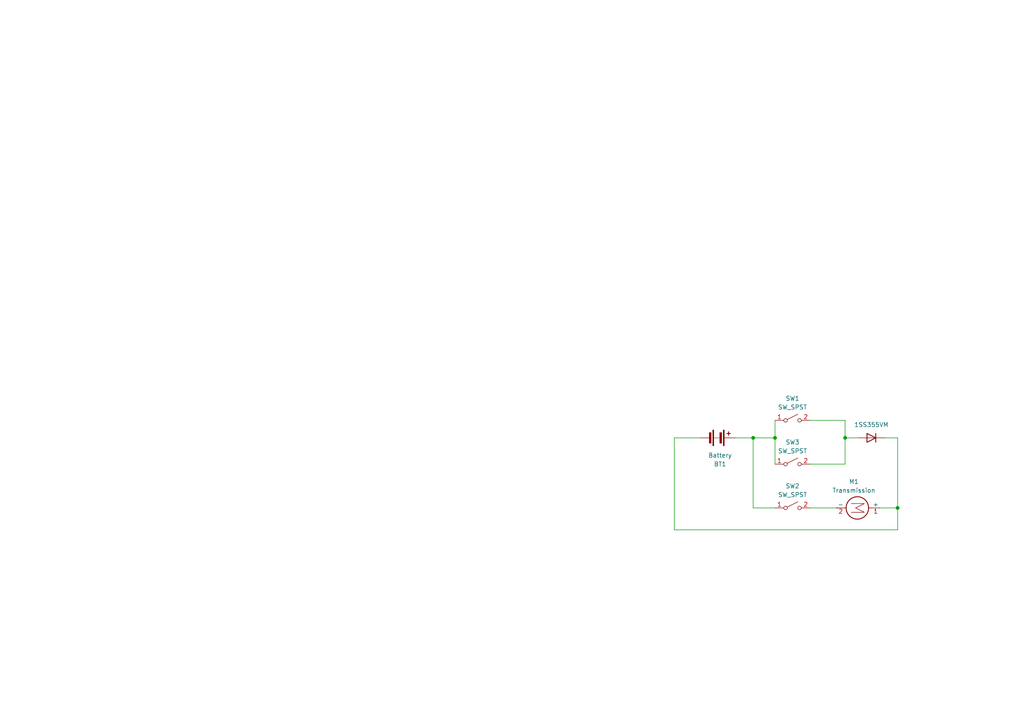
<source format=kicad_sch>
(kicad_sch (version 20231120) (generator "eeschema") (generator_version "8.0")
  (paper "A4")
  (lib_symbols
    (symbol "Device:Battery" (pin_numbers hide) (pin_names (offset 0) hide)
      (property "Reference" "BT" (at 2.54 2.54 0))
      (property "Value" "Battery" (at 2.54 0 0))
      (symbol "Battery_0_1"
        (rectangle (start -2.286 -1.27) (end 2.286 -1.524) (fill (type outline)))
        (rectangle (start -2.286 1.778) (end 2.286 1.524) (fill (type outline)))
        (rectangle (start -1.524 -2.032) (end 1.524 -2.54) (fill (type outline)))
        (rectangle (start -1.524 1.016) (end 1.524 0.508) (fill (type outline)))
        (polyline (pts (xy 0 -1.016) (xy 0 -0.762)))
        (polyline (pts (xy 0 -0.508) (xy 0 -0.254)))
        (polyline (pts (xy 0 0) (xy 0 0.254)))
        (polyline (pts (xy 0 1.778) (xy 0 2.54)))
        (polyline (pts (xy 0.762 3.048) (xy 1.778 3.048)) (stroke (width 0.254)))
        (polyline (pts (xy 1.27 3.556) (xy 1.27 2.54)) (stroke (width 0.254)))
      )
      (symbol "Battery_1_1"
        (pin passive line (at 0 5.08 270) (length 2.54) (name "+") (number "1"))
        (pin passive line (at 0 -5.08 90) (length 2.54) (name "-") (number "2"))
      )
    )
    (symbol "Diode:1SS355VM" (pin_numbers hide) (pin_names hide)
      (property "Reference" "D" (at 0 2.54 0))
      (property "Value" "1SS355VM" (at 0 -2.54 0))
      (symbol "1SS355VM_0_1"
        (polyline (pts (xy -1.27 1.27) (xy -1.27 -1.27)) (stroke (width 0.254)))
        (polyline (pts (xy 1.27 0) (xy -1.27 0)))
        (polyline (pts (xy 1.27 1.27) (xy 1.27 -1.27) (xy -1.27 0) (xy 1.27 1.27)) (stroke (width 0.254)))
      )
      (symbol "1SS355VM_1_1"
        (pin passive line (at -3.81 0 0) (length 2.54) (name "K") (number "1"))
        (pin passive line (at 3.81 0 180) (length 2.54) (name "A") (number "2"))
      )
    )
    (symbol "Motor:Motor_DC" (pin_names (offset 0))
      (property "Reference" "M" (at 2.54 2.54 0))
      (property "Value" "Motor_DC" (at 2.54 -5.08 0))
      (symbol "Motor_DC_0_0"
        (polyline (pts (xy -1.27 -3.302) (xy -1.27 0.508) (xy 0 -2.032) (xy 1.27 0.508) (xy 1.27 -3.302)))
      )
      (symbol "Motor_DC_0_1"
        (circle (center 0 -1.524) (radius 3.2512) (stroke (width 0.254)))
        (polyline (pts (xy 0 -7.62) (xy 0 -7.112)))
        (polyline (pts (xy 0 -4.7752) (xy 0 -5.1816)))
        (polyline (pts (xy 0 1.7272) (xy 0 2.0828)))
        (polyline (pts (xy 0 2.032) (xy 0 2.54)))
      )
      (symbol "Motor_DC_1_1"
        (pin passive line (at 0 5.08 270) (length 2.54) (name "+") (number "1"))
        (pin passive line (at 0 -7.62 90) (length 2.54) (name "-") (number "2"))
      )
    )
    (symbol "Switch:SW_SPST" (pin_names (offset 0) hide)
      (property "Reference" "SW" (at 0 3.175 0))
      (property "Value" "SW_SPST" (at 0 -2.54 0))
      (symbol "SW_SPST_0_0"
        (circle (center -2.032 0) (radius 0.508))
        (polyline (pts (xy -1.524 0.254) (xy 1.524 1.778)))
        (circle (center 2.032 0) (radius 0.508))
      )
      (symbol "SW_SPST_1_1"
        (pin passive line (at -5.08 0 0) (length 2.54) (name "A") (number "1"))
        (pin passive line (at 5.08 0 180) (length 2.54) (name "B") (number "2"))
      )
    )
  )
  (junction (at 260.35 147.32))
  (junction (at 224.79 127))
  (junction (at 245.11 127))
  (junction (at 218.44 127))
  (wire (pts (xy 224.79 121.92) (xy 224.79 127)))
  (wire (pts (xy 218.44 147.32) (xy 218.44 127)))
  (wire (pts (xy 245.11 121.92) (xy 245.11 127)))
  (wire (pts (xy 213.36 127) (xy 218.44 127)))
  (wire (pts (xy 224.79 147.32) (xy 218.44 147.32)))
  (wire (pts (xy 248.92 127) (xy 245.11 127)))
  (wire (pts (xy 245.11 134.62) (xy 245.11 127)))
  (wire (pts (xy 260.35 153.67) (xy 260.35 147.32)))
  (wire (pts (xy 234.95 121.92) (xy 245.11 121.92)))
  (wire (pts (xy 195.58 153.67) (xy 260.35 153.67)))
  (wire (pts (xy 234.95 134.62) (xy 245.11 134.62)))
  (wire (pts (xy 256.54 127) (xy 260.35 127)))
  (wire (pts (xy 195.58 127) (xy 195.58 153.67)))
  (wire (pts (xy 234.95 147.32) (xy 242.57 147.32)))
  (wire (pts (xy 203.2 127) (xy 195.58 127)))
  (wire (pts (xy 260.35 147.32) (xy 255.27 147.32)))
  (wire (pts (xy 260.35 127) (xy 260.35 147.32)))
  (wire (pts (xy 218.44 127) (xy 224.79 127)))
  (wire (pts (xy 224.79 127) (xy 224.79 134.62)))
  (symbol (lib_id "Device:Battery") (at 208.28 127 270) (mirror x) (unit 1)
    (property "Reference" "BT1" (at 208.8515 134.62 90))
    (property "Value" "Battery" (at 208.8515 132.08 90))
    (property "Description" "Multiple-cell battery" (effects (hide yes)))
  )
  (symbol (lib_id "Motor:Motor_DC") (at 250.19 147.32 270) (unit 1)
    (property "Reference" "M1" (at 247.65 139.7 90))
    (property "Value" "Transmission" (at 247.65 142.24 90))
    (property "Description" "DC Motor" (effects (hide yes)))
  )
  (symbol (lib_id "Diode:1SS355VM") (at 252.73 127 0) (mirror y) (unit 1)
    (property "Reference" "D1" (effects (hide yes)))
    (property "Value" "1SS355VM" (at 252.73 123.19 0))
    (property "Footprint" "Diode_SMD:D_SOD-323F" (effects (hide yes)))
    (property "Datasheet" "https://fscdn.rohm.com/en/products/databook/datasheet/discrete/diode/switching/1ss355vmte-17-e.pdf" (effects (hide yes)))
    (property "Description" "90V 0.1A high speed switching Diode, SOD-323F" (effects (hide yes)))
    (property "Sim.Device" "D" (effects (hide yes)))
    (property "Sim.Pins" "1=K 2=A" (effects (hide yes)))
  )
  (symbol (lib_id "Switch:SW_SPST") (at 229.87 147.32 0) (unit 1)
    (property "Reference" "SW2" (at 229.87 140.97 0))
    (property "Value" "SW_SPST" (at 229.87 143.51 0))
    (property "Description" "Single Pole Single Throw (SPST) switch" (effects (hide yes)))
  )
  (symbol (lib_id "Switch:SW_SPST") (at 229.87 134.62 0) (unit 1)
    (property "Reference" "SW3" (at 229.87 128.27 0))
    (property "Value" "SW_SPST" (at 229.87 130.81 0))
    (property "Description" "Single Pole Single Throw (SPST) switch" (effects (hide yes)))
  )
  (symbol (lib_id "Switch:SW_SPST") (at 229.87 121.92 0) (unit 1)
    (property "Reference" "SW1" (at 229.87 115.57 0))
    (property "Value" "SW_SPST" (at 229.87 118.11 0))
    (property "Description" "Single Pole Single Throw (SPST) switch" (effects (hide yes)))
  )
)
</source>
